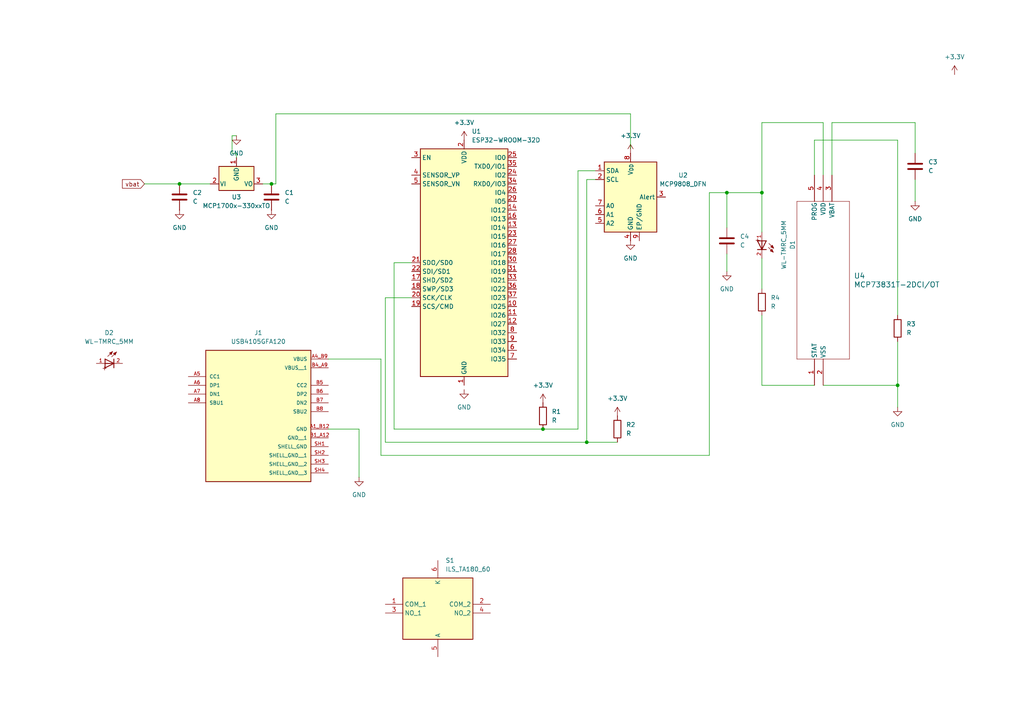
<source format=kicad_sch>
(kicad_sch (version 20231120) (generator "eeschema") (generator_version "8.0")
  (paper "A4")
  (lib_symbols
    (symbol "Device:C" (pin_numbers hide) (pin_names (offset 0.254))
      (property "Reference" "C" (at 0.635 2.54 0))
      (property "Value" "C" (at 0.635 -2.54 0))
      (symbol "C_0_1"
        (polyline (pts (xy -2.032 -0.762) (xy 2.032 -0.762)) (stroke (width 0.508)))
        (polyline (pts (xy -2.032 0.762) (xy 2.032 0.762)) (stroke (width 0.508)))
      )
      (symbol "C_1_1"
        (pin passive line (at 0 3.81 270) (length 2.794) (name "~") (number "1"))
        (pin passive line (at 0 -3.81 90) (length 2.794) (name "~") (number "2"))
      )
    )
    (symbol "Device:R" (pin_numbers hide) (pin_names (offset 0))
      (property "Reference" "R" (at 2.032 0 90))
      (property "Value" "R" (at 0 0 90))
      (symbol "R_0_1"
        (rectangle (start -1.016 -2.54) (end 1.016 2.54) (stroke (width 0.254)))
      )
      (symbol "R_1_1"
        (pin passive line (at 0 3.81 270) (length 1.27) (name "~") (number "1"))
        (pin passive line (at 0 -3.81 90) (length 1.27) (name "~") (number "2"))
      )
    )
    (symbol "RF_Module:ESP32-WROOM-32D"
      (property "Reference" "U" (at -12.7 34.29 0))
      (property "Value" "ESP32-WROOM-32D" (at 1.27 34.29 0))
      (symbol "ESP32-WROOM-32D_0_1"
        (rectangle (start -12.7 33.02) (end 12.7 -33.02) (stroke (width 0.254)) (fill (type background)))
      )
      (symbol "ESP32-WROOM-32D_1_1"
        (pin power_in line (at 0 -35.56 90) (length 2.54) (name "GND") (number "1"))
        (pin bidirectional line (at 15.24 -12.7 180) (length 2.54) (name "IO25") (number "10"))
        (pin bidirectional line (at 15.24 -15.24 180) (length 2.54) (name "IO26") (number "11"))
        (pin bidirectional line (at 15.24 -17.78 180) (length 2.54) (name "IO27") (number "12"))
        (pin bidirectional line (at 15.24 10.16 180) (length 2.54) (name "IO14") (number "13"))
        (pin bidirectional line (at 15.24 15.24 180) (length 2.54) (name "IO12") (number "14"))
        (pin passive line (at 0 -35.56 90) (length 2.54) hide (name "GND") (number "15"))
        (pin bidirectional line (at 15.24 12.7 180) (length 2.54) (name "IO13") (number "16"))
        (pin bidirectional line (at -15.24 -5.08 0) (length 2.54) (name "SHD/SD2") (number "17"))
        (pin bidirectional line (at -15.24 -7.62 0) (length 2.54) (name "SWP/SD3") (number "18"))
        (pin bidirectional line (at -15.24 -12.7 0) (length 2.54) (name "SCS/CMD") (number "19"))
        (pin power_in line (at 0 35.56 270) (length 2.54) (name "VDD") (number "2"))
        (pin bidirectional line (at -15.24 -10.16 0) (length 2.54) (name "SCK/CLK") (number "20"))
        (pin bidirectional line (at -15.24 0 0) (length 2.54) (name "SDO/SD0") (number "21"))
        (pin bidirectional line (at -15.24 -2.54 0) (length 2.54) (name "SDI/SD1") (number "22"))
        (pin bidirectional line (at 15.24 7.62 180) (length 2.54) (name "IO15") (number "23"))
        (pin bidirectional line (at 15.24 25.4 180) (length 2.54) (name "IO2") (number "24"))
        (pin bidirectional line (at 15.24 30.48 180) (length 2.54) (name "IO0") (number "25"))
        (pin bidirectional line (at 15.24 20.32 180) (length 2.54) (name "IO4") (number "26"))
        (pin bidirectional line (at 15.24 5.08 180) (length 2.54) (name "IO16") (number "27"))
        (pin bidirectional line (at 15.24 2.54 180) (length 2.54) (name "IO17") (number "28"))
        (pin bidirectional line (at 15.24 17.78 180) (length 2.54) (name "IO5") (number "29"))
        (pin input line (at -15.24 30.48 0) (length 2.54) (name "EN") (number "3"))
        (pin bidirectional line (at 15.24 0 180) (length 2.54) (name "IO18") (number "30"))
        (pin bidirectional line (at 15.24 -2.54 180) (length 2.54) (name "IO19") (number "31"))
        (pin no_connect line (at -12.7 -27.94 0) (length 2.54) hide (name "NC") (number "32"))
        (pin bidirectional line (at 15.24 -5.08 180) (length 2.54) (name "IO21") (number "33"))
        (pin bidirectional line (at 15.24 22.86 180) (length 2.54) (name "RXD0/IO3") (number "34"))
        (pin bidirectional line (at 15.24 27.94 180) (length 2.54) (name "TXD0/IO1") (number "35"))
        (pin bidirectional line (at 15.24 -7.62 180) (length 2.54) (name "IO22") (number "36"))
        (pin bidirectional line (at 15.24 -10.16 180) (length 2.54) (name "IO23") (number "37"))
        (pin passive line (at 0 -35.56 90) (length 2.54) hide (name "GND") (number "38"))
        (pin passive line (at 0 -35.56 90) (length 2.54) hide (name "GND") (number "39"))
        (pin input line (at -15.24 25.4 0) (length 2.54) (name "SENSOR_VP") (number "4"))
        (pin input line (at -15.24 22.86 0) (length 2.54) (name "SENSOR_VN") (number "5"))
        (pin input line (at 15.24 -25.4 180) (length 2.54) (name "IO34") (number "6"))
        (pin input line (at 15.24 -27.94 180) (length 2.54) (name "IO35") (number "7"))
        (pin bidirectional line (at 15.24 -20.32 180) (length 2.54) (name "IO32") (number "8"))
        (pin bidirectional line (at 15.24 -22.86 180) (length 2.54) (name "IO33") (number "9"))
      )
    )
    (symbol "Regulator_Linear:MCP1700x-330xxTO" (pin_names (offset 0.254))
      (property "Reference" "U" (at -3.81 -3.175 0))
      (property "Value" "MCP1700x-330xxTO" (at 0 -3.175 0))
      (symbol "MCP1700x-330xxTO_0_1"
        (rectangle (start -5.08 5.08) (end 5.08 -1.905) (stroke (width 0.254)) (fill (type background)))
      )
      (symbol "MCP1700x-330xxTO_1_1"
        (pin power_in line (at 0 7.62 270) (length 2.54) (name "GND") (number "1"))
        (pin power_in line (at -7.62 0 0) (length 2.54) (name "VI") (number "2"))
        (pin power_out line (at 7.62 0 180) (length 2.54) (name "VO") (number "3"))
      )
    )
    (symbol "Sensor_Temperature:MCP9808_DFN"
      (property "Reference" "U" (at -6.35 11.43 0))
      (property "Value" "MCP9808_DFN" (at 10.16 11.43 0))
      (symbol "MCP9808_DFN_0_1"
        (rectangle (start -7.62 10.16) (end 7.62 -10.16) (stroke (width 0.254)) (fill (type background)))
      )
      (symbol "MCP9808_DFN_1_1"
        (pin bidirectional line (at -10.16 7.62 0) (length 2.54) (name "SDA") (number "1"))
        (pin input line (at -10.16 5.08 0) (length 2.54) (name "SCL") (number "2"))
        (pin output line (at 10.16 0 180) (length 2.54) (name "Alert") (number "3"))
        (pin power_in line (at 0 -12.7 90) (length 2.54) (name "GND") (number "4"))
        (pin input line (at -10.16 -7.62 0) (length 2.54) (name "A2") (number "5"))
        (pin input line (at -10.16 -5.08 0) (length 2.54) (name "A1") (number "6"))
        (pin input line (at -10.16 -2.54 0) (length 2.54) (name "A0") (number "7"))
        (pin power_in line (at 0 12.7 270) (length 2.54) (name "V_{DD}") (number "8"))
        (pin power_in line (at 2.54 -12.7 90) (length 2.54) (name "EP/GND") (number "9"))
      )
    )
    (symbol "myproject:ILS_TA180_60"
      (property "Reference" "S" (at 26.67 12.7 0))
      (property "Value" "ILS_TA180_60" (at 26.67 10.16 0))
      (symbol "ILS_TA180_60_1_1"
        (rectangle (start 5.08 7.62) (end 25.4 -10.16) (stroke (width 0.254)) (fill (type background)))
        (pin passive line (at 0 0 0) (length 5.08) (name "COM_1") (number "1"))
        (pin passive line (at 30.48 0 180) (length 5.08) (name "COM_2") (number "2"))
        (pin passive line (at 0 -2.54 0) (length 5.08) (name "NO_1") (number "3"))
        (pin passive line (at 30.48 -2.54 180) (length 5.08) (name "NO_2") (number "4"))
        (pin passive line (at 15.24 -15.24 90) (length 5.08) (name "A") (number "5"))
        (pin passive line (at 15.24 12.7 270) (length 5.08) (name "K") (number "6"))
      )
    )
    (symbol "myproject:MCP73831T-2DCI_OT" (pin_names (offset 0.254))
      (property "Reference" "U" (at 30.48 10.16 0))
      (property "Value" "MCP73831T-2DCI/OT" (at 30.48 7.62 0))
      (symbol "MCP73831T-2DCI_OT_0_1"
        (polyline (pts (xy 7.62 -10.16) (xy 53.34 -10.16)) (stroke (width 0.127)))
        (polyline (pts (xy 7.62 5.08) (xy 7.62 -10.16)) (stroke (width 0.127)))
        (polyline (pts (xy 53.34 -10.16) (xy 53.34 5.08)) (stroke (width 0.127)))
        (polyline (pts (xy 53.34 5.08) (xy 7.62 5.08)) (stroke (width 0.127)))
        (pin unspecified line (at 0 0 0) (length 7.62) (name "STAT") (number "1"))
        (pin unspecified line (at 0 -2.54 0) (length 7.62) (name "VSS") (number "2"))
        (pin unspecified line (at 60.96 -5.08 180) (length 7.62) (name "VBAT") (number "3"))
        (pin unspecified line (at 60.96 -2.54 180) (length 7.62) (name "VDD") (number "4"))
        (pin unspecified line (at 60.96 0 180) (length 7.62) (name "PROG") (number "5"))
      )
    )
    (symbol "myproject:USB4105GFA120" (pin_names (offset 1.016))
      (property "Reference" "J" (at -15.24 13.97 0))
      (property "Value" "USB4105GFA120" (at -15.24 -27.94 0))
      (symbol "USB4105GFA120_0_0"
        (rectangle (start -15.24 -25.4) (end 15.24 12.7) (stroke (width 0.254)) (fill (type background)))
        (pin power_in line (at 20.32 -10.16 180) (length 5.08) (name "GND") (number "A1_B12"))
        (pin power_in line (at 20.32 10.16 180) (length 5.08) (name "VBUS") (number "A4_B9"))
        (pin bidirectional line (at -20.32 5.08 0) (length 5.08) (name "CC1") (number "A5"))
        (pin bidirectional line (at -20.32 2.54 0) (length 5.08) (name "DP1") (number "A6"))
        (pin bidirectional line (at -20.32 0 0) (length 5.08) (name "DN1") (number "A7"))
        (pin bidirectional line (at -20.32 -2.54 0) (length 5.08) (name "SBU1") (number "A8"))
        (pin power_in line (at 20.32 -12.7 180) (length 5.08) (name "GND__1") (number "B1_A12"))
        (pin power_in line (at 20.32 7.62 180) (length 5.08) (name "VBUS__1") (number "B4_A9"))
        (pin bidirectional line (at 20.32 2.54 180) (length 5.08) (name "CC2") (number "B5"))
        (pin bidirectional line (at 20.32 0 180) (length 5.08) (name "DP2") (number "B6"))
        (pin bidirectional line (at 20.32 -2.54 180) (length 5.08) (name "DN2") (number "B7"))
        (pin bidirectional line (at 20.32 -5.08 180) (length 5.08) (name "SBU2") (number "B8"))
        (pin power_in line (at 20.32 -15.24 180) (length 5.08) (name "SHELL_GND") (number "SH1"))
        (pin power_in line (at 20.32 -17.78 180) (length 5.08) (name "SHELL_GND__1") (number "SH2"))
        (pin power_in line (at 20.32 -20.32 180) (length 5.08) (name "SHELL_GND__2") (number "SH3"))
        (pin power_in line (at 20.32 -22.86 180) (length 5.08) (name "SHELL_GND__3") (number "SH4"))
      )
    )
    (symbol "myproject:WL-TMRC_5MM" (pin_names (offset 1.016))
      (property "Reference" "D" (at -1.396 4.072 0))
      (property "Value" "WL-TMRC_5MM" (at -1.652 -3.436 0))
      (symbol "WL-TMRC_5MM_0_0"
        (polyline (pts (xy -2.54 -1.27) (xy -2.54 0)) (stroke (width 0.254)))
        (polyline (pts (xy -2.54 -1.27) (xy 0 0)) (stroke (width 0.254)))
        (polyline (pts (xy -2.54 0) (xy -2.54 1.27)) (stroke (width 0.254)))
        (polyline (pts (xy -1.778 2.032) (xy -0.381 3.429)) (stroke (width 0.1524)))
        (polyline (pts (xy -0.635 1.905) (xy 0.762 3.302)) (stroke (width 0.1524)))
        (polyline (pts (xy 0 -1.27) (xy 0 0)) (stroke (width 0.254)))
        (polyline (pts (xy 0 0) (xy -2.54 0)) (stroke (width 0.254)))
        (polyline (pts (xy 0 0) (xy -2.54 1.27)) (stroke (width 0.254)))
        (polyline (pts (xy 0 0) (xy 0 1.27)) (stroke (width 0.254)))
        (polyline (pts (xy -0.381 3.429) (xy -1.27 3.048) (xy -0.762 2.54) (xy -0.381 3.429)) (stroke (width 0.1524)) (fill (type outline)))
        (polyline (pts (xy 0.762 3.302) (xy -0.127 2.921) (xy 0.381 2.413) (xy 0.762 3.302)) (stroke (width 0.1524)) (fill (type outline)))
        (text "+" (at -3.58 -1.34 0) (effects (font (size 1.27 1.27)) (justify left)))
        (pin passive line (at -5.08 0 0) (length 2.54) (name "~") (number "1"))
        (pin passive line (at 2.54 0 180) (length 2.54) (name "~") (number "2"))
      )
    )
    (symbol "power:+3.3V" (power) (pin_numbers hide) (pin_names (offset 0) hide)
      (property "Value" "+3.3V" (at 0 3.556 0))
      (symbol "+3.3V_0_1"
        (polyline (pts (xy -0.762 1.27) (xy 0 2.54)))
        (polyline (pts (xy 0 0) (xy 0 2.54)))
        (polyline (pts (xy 0 2.54) (xy 0.762 1.27)))
      )
      (symbol "+3.3V_1_1"
        (pin power_in line (at 0 0 90) (length 0) (name "~") (number "1"))
      )
    )
    (symbol "power:GND" (power) (pin_numbers hide) (pin_names (offset 0) hide)
      (property "Value" "GND" (at 0 -3.81 0))
      (symbol "GND_0_1"
        (polyline (pts (xy 0 0) (xy 0 -1.27) (xy 1.27 -1.27) (xy 0 -2.54) (xy -1.27 -1.27) (xy 0 -1.27)))
      )
      (symbol "GND_1_1"
        (pin power_in line (at 0 0 270) (length 0) (name "~") (number "1"))
      )
    )
  )
  (junction (at 260.35 111.76))
  (junction (at 220.98 55.88))
  (junction (at 157.48 124.46))
  (junction (at 52.07 53.34))
  (junction (at 78.74 53.34))
  (junction (at 210.82 55.88))
  (junction (at 170.18 128.27))
  (wire (pts (xy 110.49 104.14) (xy 110.49 132.08)))
  (wire (pts (xy 157.48 124.46) (xy 114.3 124.46)))
  (wire (pts (xy 205.74 132.08) (xy 205.74 55.88)))
  (wire (pts (xy 170.18 52.07) (xy 170.18 128.27)))
  (wire (pts (xy 238.76 35.56) (xy 220.98 35.56)))
  (wire (pts (xy 238.76 111.76) (xy 260.35 111.76)))
  (wire (pts (xy 114.3 76.2) (xy 119.38 76.2)))
  (wire (pts (xy 111.76 86.36) (xy 119.38 86.36)))
  (wire (pts (xy 172.72 49.53) (xy 167.64 49.53)))
  (wire (pts (xy 260.35 40.64) (xy 260.35 91.44)))
  (wire (pts (xy 80.01 53.34) (xy 78.74 53.34)))
  (wire (pts (xy 260.35 99.06) (xy 260.35 111.76)))
  (wire (pts (xy 260.35 111.76) (xy 260.35 118.11)))
  (wire (pts (xy 68.58 39.37) (xy 67.31 39.37)))
  (wire (pts (xy 205.74 55.88) (xy 210.82 55.88)))
  (wire (pts (xy 241.3 35.56) (xy 265.43 35.56)))
  (wire (pts (xy 41.91 53.34) (xy 52.07 53.34)))
  (wire (pts (xy 110.49 132.08) (xy 205.74 132.08)))
  (wire (pts (xy 220.98 74.93) (xy 220.98 83.82)))
  (wire (pts (xy 241.3 50.8) (xy 241.3 35.56)))
  (wire (pts (xy 167.64 124.46) (xy 157.48 124.46)))
  (wire (pts (xy 265.43 52.07) (xy 265.43 58.42)))
  (wire (pts (xy 170.18 128.27) (xy 179.07 128.27)))
  (wire (pts (xy 236.22 40.64) (xy 260.35 40.64)))
  (wire (pts (xy 104.14 124.46) (xy 104.14 138.43)))
  (wire (pts (xy 182.88 33.02) (xy 80.01 33.02)))
  (wire (pts (xy 67.31 44.45) (xy 68.58 44.45)))
  (wire (pts (xy 172.72 52.07) (xy 170.18 52.07)))
  (wire (pts (xy 167.64 49.53) (xy 167.64 124.46)))
  (wire (pts (xy 238.76 50.8) (xy 238.76 35.56)))
  (wire (pts (xy 95.25 104.14) (xy 110.49 104.14)))
  (wire (pts (xy 182.88 33.02) (xy 182.88 43.18)))
  (wire (pts (xy 236.22 50.8) (xy 236.22 40.64)))
  (wire (pts (xy 95.25 124.46) (xy 104.14 124.46)))
  (wire (pts (xy 210.82 55.88) (xy 220.98 55.88)))
  (wire (pts (xy 170.18 128.27) (xy 111.76 128.27)))
  (wire (pts (xy 78.74 53.34) (xy 76.2 53.34)))
  (wire (pts (xy 67.31 39.37) (xy 67.31 44.45)))
  (wire (pts (xy 220.98 35.56) (xy 220.98 55.88)))
  (wire (pts (xy 265.43 35.56) (xy 265.43 44.45)))
  (wire (pts (xy 220.98 91.44) (xy 220.98 111.76)))
  (wire (pts (xy 114.3 124.46) (xy 114.3 76.2)))
  (wire (pts (xy 80.01 33.02) (xy 80.01 53.34)))
  (wire (pts (xy 220.98 111.76) (xy 236.22 111.76)))
  (wire (pts (xy 52.07 53.34) (xy 60.96 53.34)))
  (wire (pts (xy 210.82 66.04) (xy 210.82 55.88)))
  (wire (pts (xy 68.58 44.45) (xy 68.58 45.72)))
  (wire (pts (xy 220.98 55.88) (xy 220.98 67.31)))
  (wire (pts (xy 111.76 128.27) (xy 111.76 86.36)))
  (wire (pts (xy 210.82 73.66) (xy 210.82 78.74)))
  (global_label "vbat" (shape input) (at 41.91 53.34 180) (property "Intersheetrefs" "${INTERSHEET_REFS}" (effects (hide yes))))
  (symbol (lib_id "RF_Module:ESP32-WROOM-32D") (at 134.62 76.2 0) (unit 1)
    (property "Reference" "U1" (at 136.8141 38.1 0) (effects (justify left)))
    (property "Value" "ESP32-WROOM-32D" (at 136.8141 40.64 0) (effects (justify left)))
    (property "Footprint" "RF_Module:ESP32-WROOM-32D" (effects (hide yes)))
    (property "Datasheet" "https://www.espressif.com/sites/default/files/documentation/esp32-wroom-32d_esp32-wroom-32u_datasheet_en.pdf" (effects (hide yes)))
    (property "Description" "RF Module, ESP32-D0WD SoC, Wi-Fi 802.11b/g/n, Bluetooth, BLE, 32-bit, 2.7-3.6V, onboard antenna, SMD" (effects (hide yes)))
  )
  (symbol (lib_id "power:+3.3V") (at 134.62 40.64 0) (unit 1)
    (property "Reference" "#PWR010" (effects (hide yes)))
    (property "Value" "+3.3V" (at 134.62 35.56 0))
    (property "Description" "Power symbol creates a global label with name \"+3.3V\"" (effects (hide yes)))
  )
  (symbol (lib_id "Device:R") (at 179.07 124.46 0) (unit 1)
    (property "Reference" "R2" (at 181.61 123.1899 0) (effects (justify left)))
    (property "Value" "R" (at 181.61 125.7299 0) (effects (justify left)))
    (property "Footprint" "Resistor_SMD:R_0603_1608Metric" (effects (hide yes)))
    (property "Description" "Resistor" (effects (hide yes)))
  )
  (symbol (lib_id "Device:R") (at 260.35 95.25 0) (unit 1)
    (property "Reference" "R3" (at 262.89 93.9799 0) (effects (justify left)))
    (property "Value" "R" (at 262.89 96.5199 0) (effects (justify left)))
    (property "Footprint" "Resistor_SMD:R_0603_1608Metric" (effects (hide yes)))
    (property "Description" "Resistor" (effects (hide yes)))
  )
  (symbol (lib_id "power:+3.3V") (at 157.48 116.84 0) (unit 1)
    (property "Reference" "#PWR03" (effects (hide yes)))
    (property "Value" "+3.3V" (at 157.48 111.76 0))
    (property "Description" "Power symbol creates a global label with name \"+3.3V\"" (effects (hide yes)))
  )
  (symbol (lib_id "Regulator_Linear:MCP1700x-330xxTO") (at 68.58 53.34 0) (unit 1)
    (property "Reference" "U3" (at 68.58 57.15 0))
    (property "Value" "MCP1700x-330xxTO" (at 68.58 59.69 0))
    (property "Footprint" "Package_TO_SOT_THT:TO-92_Inline" (effects (hide yes)))
    (property "Datasheet" "http://ww1.microchip.com/downloads/en/DeviceDoc/20001826D.pdf" (effects (hide yes)))
    (property "Description" "250mA Low Quiscent Current LDO, 3.3V output, TO-92" (effects (hide yes)))
  )
  (symbol (lib_id "myproject:WL-TMRC_5MM") (at 220.98 72.39 270) (unit 1)
    (property "Reference" "D1" (at 229.87 71.0191 0))
    (property "Value" "WL-TMRC_5MM" (at 227.33 71.0191 0))
    (property "Footprint" "myproject:WL-TMRC_5MM" (effects (hide yes)))
    (property "MF" "Wurth Electronics" (effects (hide yes)))
    (property "Description_1" "5mm, Super Red Typ.(@20mA): 635 nm, 250 mcd, 2.1V, 40° AIInGaP" (effects (hide yes)))
    (property "Package" "Radial Wurth Electronics" (effects (hide yes)))
    (property "Price" "None" (effects (hide yes)))
    (property "SnapEDA_Link" "https://www.snapeda.com/parts/151051SS04000/Wurth+Electronics/view-part/?ref=snap" (effects (hide yes)))
    (property "MP" "151051SS04000" (effects (hide yes)))
    (property "Availability" "In Stock" (effects (hide yes)))
    (property "Check_prices" "https://www.snapeda.com/parts/151051SS04000/Wurth+Electronics/view-part/?ref=eda" (effects (hide yes)))
  )
  (symbol (lib_id "power:GND") (at 260.35 118.11 0) (unit 1)
    (property "Reference" "#PWR06" (effects (hide yes)))
    (property "Value" "GND" (at 260.35 123.19 0))
    (property "Description" "Power symbol creates a global label with name \"GND\" , ground" (effects (hide yes)))
  )
  (symbol (lib_id "Device:C") (at 52.07 57.15 0) (unit 1)
    (property "Reference" "C2" (at 55.88 55.8799 0) (effects (justify left)))
    (property "Value" "C" (at 55.88 58.4199 0) (effects (justify left)))
    (property "Footprint" "Capacitor_SMD:C_0603_1608Metric" (effects (hide yes)))
    (property "Description" "Unpolarized capacitor" (effects (hide yes)))
  )
  (symbol (lib_id "power:GND") (at 265.43 58.42 0) (unit 1)
    (property "Reference" "#PWR012" (effects (hide yes)))
    (property "Value" "GND" (at 265.43 63.5 0))
    (property "Description" "Power symbol creates a global label with name \"GND\" , ground" (effects (hide yes)))
  )
  (symbol (lib_id "power:+3.3V") (at 179.07 120.65 0) (unit 1)
    (property "Reference" "#PWR011" (effects (hide yes)))
    (property "Value" "+3.3V" (at 179.07 115.57 0))
    (property "Description" "Power symbol creates a global label with name \"+3.3V\"" (effects (hide yes)))
  )
  (symbol (lib_id "power:GND") (at 134.62 113.03 0) (unit 1)
    (property "Reference" "#PWR04" (effects (hide yes)))
    (property "Value" "GND" (at 134.62 118.11 0))
    (property "Description" "Power symbol creates a global label with name \"GND\" , ground" (effects (hide yes)))
  )
  (symbol (lib_id "Sensor_Temperature:MCP9808_DFN") (at 182.88 57.15 0) (unit 1)
    (property "Reference" "U2" (at 198.12 50.8314 0))
    (property "Value" "MCP9808_DFN" (at 198.12 53.3714 0))
    (property "Footprint" "Package_DFN_QFN:DFN-8-1EP_3x2mm_P0.5mm_EP1.7x1.4mm" (effects (hide yes)))
    (property "Datasheet" "http://ww1.microchip.com/downloads/en/DeviceDoc/MCP9808-0.5C-Maximum-Accuracy-Digital-Temperature-Sensor-Data-Sheet-DS20005095B.pdf" (effects (hide yes)))
    (property "Description" "+/-0.25C (+/-0.5C) Typical (Maximum), Digital Temperature Sensor, DFN-8" (effects (hide yes)))
  )
  (symbol (lib_id "Device:C") (at 265.43 48.26 0) (unit 1)
    (property "Reference" "C3" (at 269.24 46.9899 0) (effects (justify left)))
    (property "Value" "C" (at 269.24 49.5299 0) (effects (justify left)))
    (property "Footprint" "Capacitor_SMD:C_0603_1608Metric" (effects (hide yes)))
    (property "Description" "Unpolarized capacitor" (effects (hide yes)))
  )
  (symbol (lib_id "myproject:ILS_TA180_60") (at 111.76 175.26 0) (unit 1)
    (property "Reference" "S1" (at 129.1941 162.56 0) (effects (justify left)))
    (property "Value" "ILS_TA180_60" (at 129.1941 165.1 0) (effects (justify left)))
    (property "Footprint" "ILSTA18060" (effects (hide yes)))
    (property "Datasheet" "https://www.ckswitches.com/media/2865/ils.pdf" (effects (hide yes)))
    (property "Description" "Tactile Switches 180gf, Green LED 6.1x6.7x7.2mm, THT" (effects (hide yes)))
    (property "Height" "7.4" (effects (hide yes)))
    (property "Manufacturer_Name" "C & K COMPONENTS" (effects (hide yes)))
    (property "Manufacturer_Part_Number" "ILS TA180 60" (effects (hide yes)))
  )
  (symbol (lib_id "Device:R") (at 220.98 87.63 0) (unit 1)
    (property "Reference" "R4" (at 223.52 86.3599 0) (effects (justify left)))
    (property "Value" "R" (at 223.52 88.8999 0) (effects (justify left)))
    (property "Footprint" "Resistor_SMD:R_0603_1608Metric" (effects (hide yes)))
    (property "Description" "Resistor" (effects (hide yes)))
  )
  (symbol (lib_id "power:GND") (at 68.58 39.37 0) (unit 1)
    (property "Reference" "#PWR01" (effects (hide yes)))
    (property "Value" "GND" (at 68.58 44.45 0))
    (property "Description" "Power symbol creates a global label with name \"GND\" , ground" (effects (hide yes)))
  )
  (symbol (lib_id "myproject:USB4105GFA120") (at 74.93 114.3 0) (unit 1)
    (property "Reference" "J1" (at 74.93 96.52 0))
    (property "Value" "USB4105GFA120" (at 74.93 99.06 0))
    (property "Footprint" "myproject:GCT_USB4105GFA120" (effects (hide yes)))
    (property "MF" "Global Connector Technology" (effects (hide yes)))
    (property "MAXIMUM_PACKAGE_HEIGHT" "3.31mm" (effects (hide yes)))
    (property "Package" "None" (effects (hide yes)))
    (property "Price" "None" (effects (hide yes)))
    (property "Check_prices" "https://www.snapeda.com/parts/USB4105GFA120/Global+Connector+Technology/view-part/?ref=eda" (effects (hide yes)))
    (property "STANDARD" "Manufacturer Recommendations" (effects (hide yes)))
    (property "PARTREV" "B3" (effects (hide yes)))
    (property "SnapEDA_Link" "https://www.snapeda.com/parts/USB4105GFA120/Global+Connector+Technology/view-part/?ref=snap" (effects (hide yes)))
    (property "MP" "USB4105GFA120" (effects (hide yes)))
    (property "Description_1" "\nUSB CONN, 2.0 TYPE C, RCPT, 16POS, SMT; USB Connector Type:USB Type C; USB Standard:USB 2.0; Gender:Receptacle; No. of Positions:16Positions; Connector Mounting:Surface Mount, Through Hole Mount; Orientation:Right Angle RoHS Compliant: Yes\n" (effects (hide yes)))
    (property "Availability" "In Stock" (effects (hide yes)))
    (property "MANUFACTURER" "Global Connector Technology" (effects (hide yes)))
  )
  (symbol (lib_id "power:GND") (at 182.88 69.85 0) (unit 1)
    (property "Reference" "#PWR05" (effects (hide yes)))
    (property "Value" "GND" (at 182.88 74.93 0))
    (property "Description" "Power symbol creates a global label with name \"GND\" , ground" (effects (hide yes)))
  )
  (symbol (lib_id "power:+3.3V") (at 182.88 44.45 0) (unit 1)
    (property "Reference" "#PWR02" (effects (hide yes)))
    (property "Value" "+3.3V" (at 182.88 39.37 0))
    (property "Description" "Power symbol creates a global label with name \"+3.3V\"" (effects (hide yes)))
  )
  (symbol (lib_id "Device:C") (at 78.74 57.15 0) (unit 1)
    (property "Reference" "C1" (at 82.55 55.8799 0) (effects (justify left)))
    (property "Value" "C" (at 82.55 58.4199 0) (effects (justify left)))
    (property "Footprint" "Capacitor_SMD:C_0603_1608Metric" (effects (hide yes)))
    (property "Description" "Unpolarized capacitor" (effects (hide yes)))
  )
  (symbol (lib_id "Device:C") (at 210.82 69.85 0) (unit 1)
    (property "Reference" "C4" (at 214.63 68.5799 0) (effects (justify left)))
    (property "Value" "C" (at 214.63 71.1199 0) (effects (justify left)))
    (property "Footprint" "Capacitor_SMD:C_0603_1608Metric" (effects (hide yes)))
    (property "Description" "Unpolarized capacitor" (effects (hide yes)))
  )
  (symbol (lib_id "power:GND") (at 78.74 60.96 0) (unit 1)
    (property "Reference" "#PWR08" (effects (hide yes)))
    (property "Value" "GND" (at 78.74 66.04 0))
    (property "Description" "Power symbol creates a global label with name \"GND\" , ground" (effects (hide yes)))
  )
  (symbol (lib_id "power:GND") (at 104.14 138.43 0) (unit 1)
    (property "Reference" "#PWR014" (effects (hide yes)))
    (property "Value" "GND" (at 104.14 143.51 0))
    (property "Description" "Power symbol creates a global label with name \"GND\" , ground" (effects (hide yes)))
  )
  (symbol (lib_id "Device:R") (at 157.48 120.65 0) (unit 1)
    (property "Reference" "R1" (at 160.02 119.3799 0) (effects (justify left)))
    (property "Value" "R" (at 160.02 121.9199 0) (effects (justify left)))
    (property "Footprint" "Resistor_SMD:R_0603_1608Metric" (effects (hide yes)))
    (property "Description" "Resistor" (effects (hide yes)))
  )
  (symbol (lib_id "power:GND") (at 52.07 60.96 0) (unit 1)
    (property "Reference" "#PWR09" (effects (hide yes)))
    (property "Value" "GND" (at 52.07 66.04 0))
    (property "Description" "Power symbol creates a global label with name \"GND\" , ground" (effects (hide yes)))
  )
  (symbol (lib_id "power:+3.3V") (at 276.86 21.59 0) (unit 1)
    (property "Reference" "#PWR07" (effects (hide yes)))
    (property "Value" "+3.3V" (at 276.86 16.51 0))
    (property "Description" "Power symbol creates a global label with name \"+3.3V\"" (effects (hide yes)))
  )
  (symbol (lib_id "myproject:WL-TMRC_5MM") (at 33.02 105.41 0) (unit 1)
    (property "Reference" "D2" (at 31.6491 96.52 0))
    (property "Value" "WL-TMRC_5MM" (at 31.6491 99.06 0))
    (property "Footprint" "myproject:WL-TMRC_5MM" (effects (hide yes)))
    (property "MF" "Wurth Electronics" (effects (hide yes)))
    (property "Description_1" "5mm, Super Red Typ.(@20mA): 635 nm, 250 mcd, 2.1V, 40° AIInGaP" (effects (hide yes)))
    (property "Package" "Radial Wurth Electronics" (effects (hide yes)))
    (property "Price" "None" (effects (hide yes)))
    (property "SnapEDA_Link" "https://www.snapeda.com/parts/151051SS04000/Wurth+Electronics/view-part/?ref=snap" (effects (hide yes)))
    (property "MP" "151051SS04000" (effects (hide yes)))
    (property "Availability" "In Stock" (effects (hide yes)))
    (property "Check_prices" "https://www.snapeda.com/parts/151051SS04000/Wurth+Electronics/view-part/?ref=eda" (effects (hide yes)))
  )
  (symbol (lib_id "myproject:MCP73831T-2DCI_OT") (at 236.22 111.76 90) (unit 1)
    (property "Reference" "U4" (at 247.65 80.0099 90) (effects (font (size 1.524 1.524)) (justify right)))
    (property "Value" "MCP73831T-2DCI/OT" (at 247.65 82.5499 90) (effects (font (size 1.524 1.524)) (justify right)))
    (property "Footprint" "SOT-23-5_MC_MCH" (effects (hide yes)))
    (property "Datasheet" "MCP73831T-2DCI/OT" (effects (hide yes)))
  )
  (symbol (lib_id "power:GND") (at 210.82 78.74 0) (unit 1)
    (property "Reference" "#PWR013" (effects (hide yes)))
    (property "Value" "GND" (at 210.82 83.82 0))
    (property "Description" "Power symbol creates a global label with name \"GND\" , ground" (effects (hide yes)))
  )
)
</source>
